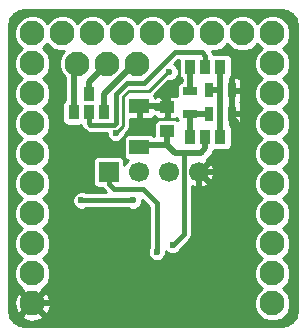
<source format=gbr>
G04 #@! TF.FileFunction,Copper,L1,Top,Signal*
%FSLAX46Y46*%
G04 Gerber Fmt 4.6, Leading zero omitted, Abs format (unit mm)*
G04 Created by KiCad (PCBNEW 4.0.6) date 12/07/19 10:22:01*
%MOMM*%
%LPD*%
G01*
G04 APERTURE LIST*
%ADD10C,0.100000*%
%ADD11C,2.100000*%
%ADD12R,1.700000X1.700000*%
%ADD13C,1.700000*%
%ADD14R,1.300000X0.700000*%
%ADD15R,0.700000X1.300000*%
%ADD16R,1.250000X1.000000*%
%ADD17R,1.700000X1.300000*%
%ADD18R,0.970000X1.270000*%
%ADD19C,0.600000*%
%ADD20C,0.500000*%
%ADD21C,0.250000*%
%ADD22C,0.400000*%
%ADD23C,0.254000*%
G04 APERTURE END LIST*
D10*
D11*
X161581000Y-67845000D03*
X161581000Y-70385000D03*
X161581000Y-72925000D03*
X161581000Y-75465000D03*
X161581000Y-78005000D03*
X161581000Y-80545000D03*
X161581000Y-83085000D03*
X161581000Y-85625000D03*
X161581000Y-88165000D03*
X161581000Y-65305000D03*
X159041000Y-65305000D03*
X156501000Y-65305000D03*
X153961000Y-65305000D03*
X151421000Y-65305000D03*
X148881000Y-65305000D03*
X146341000Y-65305000D03*
X143801000Y-65305000D03*
X141261000Y-65305000D03*
X141261000Y-67845000D03*
X141261000Y-70385000D03*
X141261000Y-72925000D03*
X141261000Y-75465000D03*
X141261000Y-78005000D03*
X141261000Y-80545000D03*
X141261000Y-83085000D03*
X141261000Y-85625000D03*
X141261000Y-88165000D03*
D12*
X147711000Y-77025000D03*
D13*
X150251000Y-77025000D03*
X152791000Y-77025000D03*
X155331000Y-77025000D03*
D14*
X154636000Y-72100000D03*
X154636000Y-70200000D03*
D15*
X156236000Y-70125000D03*
X158136000Y-70125000D03*
D11*
X145061000Y-67875000D03*
X147601000Y-67875000D03*
X150141000Y-67875000D03*
D16*
X152661000Y-73550000D03*
X152661000Y-71550000D03*
D17*
X150311000Y-74950000D03*
X150311000Y-71450000D03*
D15*
X156236000Y-72100000D03*
X158136000Y-72100000D03*
D18*
X154641000Y-68150000D03*
X155911000Y-68150000D03*
X157181000Y-68150000D03*
X154641000Y-74075000D03*
X155911000Y-74075000D03*
X157181000Y-74075000D03*
X147281000Y-72000000D03*
X146011000Y-72000000D03*
X144741000Y-72000000D03*
X146011000Y-70450000D03*
D19*
X152861000Y-68600000D03*
X148336000Y-73750000D03*
X149961000Y-85375000D03*
X152086000Y-70425000D03*
X153136000Y-83250000D03*
X149761000Y-79450000D03*
X145411000Y-79450000D03*
X151786000Y-83800000D03*
D20*
X161569400Y-80543400D02*
X161163000Y-80543400D01*
D21*
X148911000Y-70650000D02*
X148911000Y-73150000D01*
X148911000Y-73150000D02*
X148336000Y-73750000D01*
X149411000Y-70150000D02*
X148911000Y-70650000D01*
X151111000Y-70150000D02*
X149411000Y-70150000D01*
X152636000Y-68625000D02*
X151111000Y-70150000D01*
X152836000Y-68625000D02*
X152636000Y-68625000D01*
X152861000Y-68600000D02*
X152836000Y-68625000D01*
X150311000Y-71450000D02*
X150311000Y-72850000D01*
X143361000Y-76525000D02*
X143361000Y-88165000D01*
X144836000Y-75050000D02*
X143361000Y-76525000D01*
X148111000Y-75050000D02*
X144836000Y-75050000D01*
X150311000Y-72850000D02*
X148111000Y-75050000D01*
D20*
X149961000Y-85375000D02*
X149961000Y-88165000D01*
X155331000Y-77025000D02*
X155331000Y-85355000D01*
X152521000Y-88165000D02*
X149961000Y-88165000D01*
X149961000Y-88165000D02*
X143361000Y-88165000D01*
X143361000Y-88165000D02*
X141261000Y-88165000D01*
X155331000Y-85355000D02*
X152521000Y-88165000D01*
X150311000Y-71450000D02*
X152561000Y-71450000D01*
X152561000Y-71450000D02*
X152661000Y-71550000D01*
X152661000Y-71000000D02*
X152661000Y-71550000D01*
X152086000Y-70425000D02*
X152661000Y-71000000D01*
X158136000Y-72100000D02*
X158136000Y-72450000D01*
X158136000Y-72450000D02*
X158611000Y-72925000D01*
X157386000Y-77025000D02*
X155331000Y-77025000D01*
X158611000Y-75800000D02*
X157386000Y-77025000D01*
X158611000Y-72925000D02*
X158611000Y-75800000D01*
X158136000Y-70125000D02*
X158136000Y-72100000D01*
X147281000Y-72000000D02*
X147281000Y-70475000D01*
X147281000Y-70475000D02*
X149881000Y-67875000D01*
X150141000Y-67875000D02*
X149881000Y-67875000D01*
D22*
X148336000Y-70475000D02*
X148336000Y-72875000D01*
X155611000Y-66925000D02*
X155911000Y-67225000D01*
X153336000Y-66925000D02*
X155611000Y-66925000D01*
X150736000Y-69525000D02*
X153336000Y-66925000D01*
X149286000Y-69525000D02*
X150736000Y-69525000D01*
X148336000Y-70475000D02*
X149286000Y-69525000D01*
X155911000Y-68150000D02*
X155911000Y-67225000D01*
X146011000Y-72900000D02*
X146011000Y-72000000D01*
X146161000Y-73050000D02*
X146011000Y-72900000D01*
X148161000Y-73050000D02*
X146161000Y-73050000D01*
X148336000Y-72875000D02*
X148161000Y-73050000D01*
D20*
X144741000Y-72000000D02*
X144741000Y-68195000D01*
X144741000Y-68195000D02*
X145061000Y-67875000D01*
X156236000Y-72100000D02*
X154636000Y-72100000D01*
X154641000Y-74075000D02*
X154641000Y-72105000D01*
X154641000Y-72105000D02*
X154636000Y-72100000D01*
X152661000Y-74775000D02*
X150486000Y-74775000D01*
X150486000Y-74775000D02*
X150311000Y-74950000D01*
D22*
X154061000Y-82325000D02*
X154061000Y-75425000D01*
X153136000Y-83250000D02*
X154061000Y-82325000D01*
D20*
X152661000Y-73550000D02*
X152661000Y-74300000D01*
X152661000Y-74300000D02*
X152661000Y-74775000D01*
X155911000Y-75050000D02*
X155911000Y-74075000D01*
X155536000Y-75425000D02*
X155911000Y-75050000D01*
X153311000Y-75425000D02*
X154061000Y-75425000D01*
X154061000Y-75425000D02*
X155536000Y-75425000D01*
X152661000Y-74775000D02*
X153311000Y-75425000D01*
X154641000Y-68150000D02*
X154641000Y-70095000D01*
X154641000Y-70095000D02*
X154636000Y-70100000D01*
X156236000Y-70125000D02*
X157181000Y-70125000D01*
X157181000Y-68150000D02*
X157181000Y-70125000D01*
X157181000Y-70125000D02*
X157181000Y-74075000D01*
D22*
X145411000Y-79450000D02*
X149761000Y-79450000D01*
D20*
X146011000Y-70475000D02*
X146011000Y-69465000D01*
X146011000Y-69465000D02*
X147601000Y-67875000D01*
D22*
X147711000Y-78025000D02*
X147711000Y-77025000D01*
X148211000Y-78525000D02*
X147711000Y-78025000D01*
X150636000Y-78525000D02*
X148211000Y-78525000D01*
X151811000Y-79700000D02*
X150636000Y-78525000D01*
X151811000Y-83775000D02*
X151811000Y-79700000D01*
X151786000Y-83800000D02*
X151811000Y-83775000D01*
D23*
G36*
X162845033Y-63402982D02*
X163280469Y-63693933D01*
X163571418Y-64129367D01*
X163684400Y-64697369D01*
X163684400Y-88718631D01*
X163571418Y-89286633D01*
X163280469Y-89722067D01*
X162845033Y-90013018D01*
X162277031Y-90126000D01*
X140668769Y-90126000D01*
X140100767Y-90013018D01*
X139665333Y-89722069D01*
X139374382Y-89286633D01*
X139370559Y-89267412D01*
X140338193Y-89267412D01*
X140451663Y-89495023D01*
X141022248Y-89703501D01*
X141629181Y-89677756D01*
X142070337Y-89495023D01*
X142183807Y-89267412D01*
X141261000Y-88344605D01*
X140338193Y-89267412D01*
X139370559Y-89267412D01*
X139261400Y-88718631D01*
X139261400Y-87926248D01*
X139722499Y-87926248D01*
X139748244Y-88533181D01*
X139930977Y-88974337D01*
X140158588Y-89087807D01*
X141081395Y-88165000D01*
X141440605Y-88165000D01*
X142363412Y-89087807D01*
X142591023Y-88974337D01*
X142799501Y-88403752D01*
X142773756Y-87796819D01*
X142591023Y-87355663D01*
X142363412Y-87242193D01*
X141440605Y-88165000D01*
X141081395Y-88165000D01*
X140158588Y-87242193D01*
X139930977Y-87355663D01*
X139722499Y-87926248D01*
X139261400Y-87926248D01*
X139261400Y-65607407D01*
X139733735Y-65607407D01*
X139965717Y-66168846D01*
X140371494Y-66575332D01*
X139967227Y-66978894D01*
X139734265Y-67539928D01*
X139733735Y-68147407D01*
X139965717Y-68708846D01*
X140371494Y-69115332D01*
X139967227Y-69518894D01*
X139734265Y-70079928D01*
X139733735Y-70687407D01*
X139965717Y-71248846D01*
X140371494Y-71655332D01*
X139967227Y-72058894D01*
X139734265Y-72619928D01*
X139733735Y-73227407D01*
X139965717Y-73788846D01*
X140371494Y-74195332D01*
X139967227Y-74598894D01*
X139734265Y-75159928D01*
X139733735Y-75767407D01*
X139965717Y-76328846D01*
X140371494Y-76735332D01*
X139967227Y-77138894D01*
X139734265Y-77699928D01*
X139733735Y-78307407D01*
X139965717Y-78868846D01*
X140371494Y-79275332D01*
X139967227Y-79678894D01*
X139734265Y-80239928D01*
X139733735Y-80847407D01*
X139965717Y-81408846D01*
X140371494Y-81815332D01*
X139967227Y-82218894D01*
X139734265Y-82779928D01*
X139733735Y-83387407D01*
X139965717Y-83948846D01*
X140371494Y-84355332D01*
X139967227Y-84758894D01*
X139734265Y-85319928D01*
X139733735Y-85927407D01*
X139965717Y-86488846D01*
X140394894Y-86918773D01*
X140407317Y-86923931D01*
X140338193Y-87062588D01*
X141261000Y-87985395D01*
X142183807Y-87062588D01*
X142114911Y-86924388D01*
X142124846Y-86920283D01*
X142554773Y-86491106D01*
X142787735Y-85930072D01*
X142788265Y-85322593D01*
X142556283Y-84761154D01*
X142150506Y-84354668D01*
X142554773Y-83951106D01*
X142787735Y-83390072D01*
X142788265Y-82782593D01*
X142556283Y-82221154D01*
X142150506Y-81814668D01*
X142554773Y-81411106D01*
X142787735Y-80850072D01*
X142788265Y-80242593D01*
X142556283Y-79681154D01*
X142150506Y-79274668D01*
X142554773Y-78871106D01*
X142787735Y-78310072D01*
X142788265Y-77702593D01*
X142556283Y-77141154D01*
X142150506Y-76734668D01*
X142554773Y-76331106D01*
X142787735Y-75770072D01*
X142788265Y-75162593D01*
X142556283Y-74601154D01*
X142150506Y-74194668D01*
X142554773Y-73791106D01*
X142787735Y-73230072D01*
X142788265Y-72622593D01*
X142556283Y-72061154D01*
X142150506Y-71654668D01*
X142554773Y-71251106D01*
X142787735Y-70690072D01*
X142788265Y-70082593D01*
X142556283Y-69521154D01*
X142150506Y-69114668D01*
X142554773Y-68711106D01*
X142787735Y-68150072D01*
X142788265Y-67542593D01*
X142556283Y-66981154D01*
X142150506Y-66574668D01*
X142531332Y-66194506D01*
X142934894Y-66598773D01*
X143495928Y-66831735D01*
X143944304Y-66832126D01*
X143767227Y-67008894D01*
X143534265Y-67569928D01*
X143533735Y-68177407D01*
X143765717Y-68738846D01*
X144014000Y-68987563D01*
X144014000Y-70953895D01*
X143916887Y-71016385D01*
X143807973Y-71175785D01*
X143769656Y-71365000D01*
X143769656Y-72635000D01*
X143802917Y-72811765D01*
X143907385Y-72974113D01*
X144066785Y-73083027D01*
X144256000Y-73121344D01*
X145226000Y-73121344D01*
X145372543Y-73093770D01*
X145385534Y-73159077D01*
X145486672Y-73310440D01*
X145532289Y-73378711D01*
X145682289Y-73528711D01*
X145901923Y-73675466D01*
X146161000Y-73727000D01*
X147559020Y-73727000D01*
X147558866Y-73903877D01*
X147676908Y-74189560D01*
X147895290Y-74408324D01*
X148180767Y-74526865D01*
X148489877Y-74527134D01*
X148775560Y-74409092D01*
X148994324Y-74190710D01*
X148999133Y-74179128D01*
X148974656Y-74300000D01*
X148974656Y-75600000D01*
X149007917Y-75776765D01*
X149112385Y-75939113D01*
X149271785Y-76048027D01*
X149337956Y-76061427D01*
X149126681Y-76272334D01*
X149047344Y-76463398D01*
X149047344Y-76175000D01*
X149014083Y-75998235D01*
X148909615Y-75835887D01*
X148750215Y-75726973D01*
X148561000Y-75688656D01*
X146861000Y-75688656D01*
X146684235Y-75721917D01*
X146521887Y-75826385D01*
X146412973Y-75985785D01*
X146374656Y-76175000D01*
X146374656Y-77875000D01*
X146407917Y-78051765D01*
X146512385Y-78214113D01*
X146671785Y-78323027D01*
X146861000Y-78361344D01*
X147137162Y-78361344D01*
X147139240Y-78364453D01*
X147232289Y-78503711D01*
X147501578Y-78773000D01*
X145806733Y-78773000D01*
X145566233Y-78673135D01*
X145257123Y-78672866D01*
X144971440Y-78790908D01*
X144752676Y-79009290D01*
X144634135Y-79294767D01*
X144633866Y-79603877D01*
X144751908Y-79889560D01*
X144970290Y-80108324D01*
X145255767Y-80226865D01*
X145564877Y-80227134D01*
X145807219Y-80127000D01*
X149365267Y-80127000D01*
X149605767Y-80226865D01*
X149914877Y-80227134D01*
X150200560Y-80109092D01*
X150419324Y-79890710D01*
X150537865Y-79605233D01*
X150538057Y-79384479D01*
X151134000Y-79980422D01*
X151134000Y-83352977D01*
X151127676Y-83359290D01*
X151009135Y-83644767D01*
X151008866Y-83953877D01*
X151126908Y-84239560D01*
X151345290Y-84458324D01*
X151630767Y-84576865D01*
X151939877Y-84577134D01*
X152225560Y-84459092D01*
X152444324Y-84240710D01*
X152562865Y-83955233D01*
X152563021Y-83775824D01*
X152695290Y-83908324D01*
X152980767Y-84026865D01*
X153289877Y-84027134D01*
X153575560Y-83909092D01*
X153794324Y-83690710D01*
X153894882Y-83448540D01*
X154539712Y-82803711D01*
X154686467Y-82584076D01*
X154738000Y-82325000D01*
X154738000Y-78223158D01*
X155140035Y-78364453D01*
X155667157Y-78335572D01*
X156020015Y-78189413D01*
X156108954Y-77982559D01*
X155331000Y-77204605D01*
X155316858Y-77218748D01*
X155137253Y-77039143D01*
X155151395Y-77025000D01*
X155510605Y-77025000D01*
X156288559Y-77802954D01*
X156495413Y-77714015D01*
X156670453Y-77215965D01*
X156641572Y-76688843D01*
X156495413Y-76335985D01*
X156288559Y-76247046D01*
X155510605Y-77025000D01*
X155151395Y-77025000D01*
X155137253Y-77010858D01*
X155316858Y-76831253D01*
X155331000Y-76845395D01*
X156108954Y-76067441D01*
X156052648Y-75936486D01*
X156425067Y-75564067D01*
X156582660Y-75328211D01*
X156612263Y-75179387D01*
X156696000Y-75196344D01*
X157666000Y-75196344D01*
X157842765Y-75163083D01*
X158005113Y-75058615D01*
X158114027Y-74899215D01*
X158152344Y-74710000D01*
X158152344Y-73440000D01*
X158119083Y-73263235D01*
X158014615Y-73100887D01*
X158009000Y-73097050D01*
X158009000Y-72227000D01*
X158263000Y-72227000D01*
X158263000Y-73107750D01*
X158382250Y-73227000D01*
X158580881Y-73227000D01*
X158756199Y-73154381D01*
X158890381Y-73020199D01*
X158963000Y-72844881D01*
X158963000Y-72346250D01*
X158843750Y-72227000D01*
X158263000Y-72227000D01*
X158009000Y-72227000D01*
X157989000Y-72227000D01*
X157989000Y-71973000D01*
X158009000Y-71973000D01*
X158009000Y-70252000D01*
X158263000Y-70252000D01*
X158263000Y-71973000D01*
X158843750Y-71973000D01*
X158963000Y-71853750D01*
X158963000Y-71355119D01*
X158890381Y-71179801D01*
X158823080Y-71112500D01*
X158890381Y-71045199D01*
X158963000Y-70869881D01*
X158963000Y-70371250D01*
X158843750Y-70252000D01*
X158263000Y-70252000D01*
X158009000Y-70252000D01*
X157989000Y-70252000D01*
X157989000Y-69998000D01*
X158009000Y-69998000D01*
X158009000Y-69127926D01*
X158016294Y-69117250D01*
X158263000Y-69117250D01*
X158263000Y-69998000D01*
X158843750Y-69998000D01*
X158963000Y-69878750D01*
X158963000Y-69380119D01*
X158890381Y-69204801D01*
X158756199Y-69070619D01*
X158580881Y-68998000D01*
X158382250Y-68998000D01*
X158263000Y-69117250D01*
X158016294Y-69117250D01*
X158114027Y-68974215D01*
X158152344Y-68785000D01*
X158152344Y-67515000D01*
X158119083Y-67338235D01*
X158014615Y-67175887D01*
X157855215Y-67066973D01*
X157666000Y-67028656D01*
X156696000Y-67028656D01*
X156554250Y-67055328D01*
X156536466Y-66965923D01*
X156446951Y-66831954D01*
X156803407Y-66832265D01*
X157364846Y-66600283D01*
X157771332Y-66194506D01*
X158174894Y-66598773D01*
X158735928Y-66831735D01*
X159343407Y-66832265D01*
X159904846Y-66600283D01*
X160311332Y-66194506D01*
X160691494Y-66575332D01*
X160287227Y-66978894D01*
X160054265Y-67539928D01*
X160053735Y-68147407D01*
X160285717Y-68708846D01*
X160691494Y-69115332D01*
X160287227Y-69518894D01*
X160054265Y-70079928D01*
X160053735Y-70687407D01*
X160285717Y-71248846D01*
X160691494Y-71655332D01*
X160287227Y-72058894D01*
X160054265Y-72619928D01*
X160053735Y-73227407D01*
X160285717Y-73788846D01*
X160691494Y-74195332D01*
X160287227Y-74598894D01*
X160054265Y-75159928D01*
X160053735Y-75767407D01*
X160285717Y-76328846D01*
X160691494Y-76735332D01*
X160287227Y-77138894D01*
X160054265Y-77699928D01*
X160053735Y-78307407D01*
X160285717Y-78868846D01*
X160691494Y-79275332D01*
X160287227Y-79678894D01*
X160054265Y-80239928D01*
X160053735Y-80847407D01*
X160285717Y-81408846D01*
X160691494Y-81815332D01*
X160287227Y-82218894D01*
X160054265Y-82779928D01*
X160053735Y-83387407D01*
X160285717Y-83948846D01*
X160691494Y-84355332D01*
X160287227Y-84758894D01*
X160054265Y-85319928D01*
X160053735Y-85927407D01*
X160285717Y-86488846D01*
X160691494Y-86895332D01*
X160287227Y-87298894D01*
X160054265Y-87859928D01*
X160053735Y-88467407D01*
X160285717Y-89028846D01*
X160714894Y-89458773D01*
X161275928Y-89691735D01*
X161883407Y-89692265D01*
X162444846Y-89460283D01*
X162874773Y-89031106D01*
X163107735Y-88470072D01*
X163108265Y-87862593D01*
X162876283Y-87301154D01*
X162470506Y-86894668D01*
X162874773Y-86491106D01*
X163107735Y-85930072D01*
X163108265Y-85322593D01*
X162876283Y-84761154D01*
X162470506Y-84354668D01*
X162874773Y-83951106D01*
X163107735Y-83390072D01*
X163108265Y-82782593D01*
X162876283Y-82221154D01*
X162470506Y-81814668D01*
X162874773Y-81411106D01*
X163107735Y-80850072D01*
X163108265Y-80242593D01*
X162876283Y-79681154D01*
X162470506Y-79274668D01*
X162874773Y-78871106D01*
X163107735Y-78310072D01*
X163108265Y-77702593D01*
X162876283Y-77141154D01*
X162470506Y-76734668D01*
X162874773Y-76331106D01*
X163107735Y-75770072D01*
X163108265Y-75162593D01*
X162876283Y-74601154D01*
X162470506Y-74194668D01*
X162874773Y-73791106D01*
X163107735Y-73230072D01*
X163108265Y-72622593D01*
X162876283Y-72061154D01*
X162470506Y-71654668D01*
X162874773Y-71251106D01*
X163107735Y-70690072D01*
X163108265Y-70082593D01*
X162876283Y-69521154D01*
X162470506Y-69114668D01*
X162874773Y-68711106D01*
X163107735Y-68150072D01*
X163108265Y-67542593D01*
X162876283Y-66981154D01*
X162470506Y-66574668D01*
X162874773Y-66171106D01*
X163107735Y-65610072D01*
X163108265Y-65002593D01*
X162876283Y-64441154D01*
X162447106Y-64011227D01*
X161886072Y-63778265D01*
X161278593Y-63777735D01*
X160717154Y-64009717D01*
X160310668Y-64415494D01*
X159907106Y-64011227D01*
X159346072Y-63778265D01*
X158738593Y-63777735D01*
X158177154Y-64009717D01*
X157770668Y-64415494D01*
X157367106Y-64011227D01*
X156806072Y-63778265D01*
X156198593Y-63777735D01*
X155637154Y-64009717D01*
X155230668Y-64415494D01*
X154827106Y-64011227D01*
X154266072Y-63778265D01*
X153658593Y-63777735D01*
X153097154Y-64009717D01*
X152690668Y-64415494D01*
X152287106Y-64011227D01*
X151726072Y-63778265D01*
X151118593Y-63777735D01*
X150557154Y-64009717D01*
X150150668Y-64415494D01*
X149747106Y-64011227D01*
X149186072Y-63778265D01*
X148578593Y-63777735D01*
X148017154Y-64009717D01*
X147610668Y-64415494D01*
X147207106Y-64011227D01*
X146646072Y-63778265D01*
X146038593Y-63777735D01*
X145477154Y-64009717D01*
X145070668Y-64415494D01*
X144667106Y-64011227D01*
X144106072Y-63778265D01*
X143498593Y-63777735D01*
X142937154Y-64009717D01*
X142530668Y-64415494D01*
X142127106Y-64011227D01*
X141566072Y-63778265D01*
X140958593Y-63777735D01*
X140397154Y-64009717D01*
X139967227Y-64438894D01*
X139734265Y-64999928D01*
X139733735Y-65607407D01*
X139261400Y-65607407D01*
X139261400Y-64697369D01*
X139374382Y-64129367D01*
X139665333Y-63693931D01*
X140100767Y-63402982D01*
X140668769Y-63290000D01*
X162277031Y-63290000D01*
X162845033Y-63402982D01*
X162845033Y-63402982D01*
G37*
X162845033Y-63402982D02*
X163280469Y-63693933D01*
X163571418Y-64129367D01*
X163684400Y-64697369D01*
X163684400Y-88718631D01*
X163571418Y-89286633D01*
X163280469Y-89722067D01*
X162845033Y-90013018D01*
X162277031Y-90126000D01*
X140668769Y-90126000D01*
X140100767Y-90013018D01*
X139665333Y-89722069D01*
X139374382Y-89286633D01*
X139370559Y-89267412D01*
X140338193Y-89267412D01*
X140451663Y-89495023D01*
X141022248Y-89703501D01*
X141629181Y-89677756D01*
X142070337Y-89495023D01*
X142183807Y-89267412D01*
X141261000Y-88344605D01*
X140338193Y-89267412D01*
X139370559Y-89267412D01*
X139261400Y-88718631D01*
X139261400Y-87926248D01*
X139722499Y-87926248D01*
X139748244Y-88533181D01*
X139930977Y-88974337D01*
X140158588Y-89087807D01*
X141081395Y-88165000D01*
X141440605Y-88165000D01*
X142363412Y-89087807D01*
X142591023Y-88974337D01*
X142799501Y-88403752D01*
X142773756Y-87796819D01*
X142591023Y-87355663D01*
X142363412Y-87242193D01*
X141440605Y-88165000D01*
X141081395Y-88165000D01*
X140158588Y-87242193D01*
X139930977Y-87355663D01*
X139722499Y-87926248D01*
X139261400Y-87926248D01*
X139261400Y-65607407D01*
X139733735Y-65607407D01*
X139965717Y-66168846D01*
X140371494Y-66575332D01*
X139967227Y-66978894D01*
X139734265Y-67539928D01*
X139733735Y-68147407D01*
X139965717Y-68708846D01*
X140371494Y-69115332D01*
X139967227Y-69518894D01*
X139734265Y-70079928D01*
X139733735Y-70687407D01*
X139965717Y-71248846D01*
X140371494Y-71655332D01*
X139967227Y-72058894D01*
X139734265Y-72619928D01*
X139733735Y-73227407D01*
X139965717Y-73788846D01*
X140371494Y-74195332D01*
X139967227Y-74598894D01*
X139734265Y-75159928D01*
X139733735Y-75767407D01*
X139965717Y-76328846D01*
X140371494Y-76735332D01*
X139967227Y-77138894D01*
X139734265Y-77699928D01*
X139733735Y-78307407D01*
X139965717Y-78868846D01*
X140371494Y-79275332D01*
X139967227Y-79678894D01*
X139734265Y-80239928D01*
X139733735Y-80847407D01*
X139965717Y-81408846D01*
X140371494Y-81815332D01*
X139967227Y-82218894D01*
X139734265Y-82779928D01*
X139733735Y-83387407D01*
X139965717Y-83948846D01*
X140371494Y-84355332D01*
X139967227Y-84758894D01*
X139734265Y-85319928D01*
X139733735Y-85927407D01*
X139965717Y-86488846D01*
X140394894Y-86918773D01*
X140407317Y-86923931D01*
X140338193Y-87062588D01*
X141261000Y-87985395D01*
X142183807Y-87062588D01*
X142114911Y-86924388D01*
X142124846Y-86920283D01*
X142554773Y-86491106D01*
X142787735Y-85930072D01*
X142788265Y-85322593D01*
X142556283Y-84761154D01*
X142150506Y-84354668D01*
X142554773Y-83951106D01*
X142787735Y-83390072D01*
X142788265Y-82782593D01*
X142556283Y-82221154D01*
X142150506Y-81814668D01*
X142554773Y-81411106D01*
X142787735Y-80850072D01*
X142788265Y-80242593D01*
X142556283Y-79681154D01*
X142150506Y-79274668D01*
X142554773Y-78871106D01*
X142787735Y-78310072D01*
X142788265Y-77702593D01*
X142556283Y-77141154D01*
X142150506Y-76734668D01*
X142554773Y-76331106D01*
X142787735Y-75770072D01*
X142788265Y-75162593D01*
X142556283Y-74601154D01*
X142150506Y-74194668D01*
X142554773Y-73791106D01*
X142787735Y-73230072D01*
X142788265Y-72622593D01*
X142556283Y-72061154D01*
X142150506Y-71654668D01*
X142554773Y-71251106D01*
X142787735Y-70690072D01*
X142788265Y-70082593D01*
X142556283Y-69521154D01*
X142150506Y-69114668D01*
X142554773Y-68711106D01*
X142787735Y-68150072D01*
X142788265Y-67542593D01*
X142556283Y-66981154D01*
X142150506Y-66574668D01*
X142531332Y-66194506D01*
X142934894Y-66598773D01*
X143495928Y-66831735D01*
X143944304Y-66832126D01*
X143767227Y-67008894D01*
X143534265Y-67569928D01*
X143533735Y-68177407D01*
X143765717Y-68738846D01*
X144014000Y-68987563D01*
X144014000Y-70953895D01*
X143916887Y-71016385D01*
X143807973Y-71175785D01*
X143769656Y-71365000D01*
X143769656Y-72635000D01*
X143802917Y-72811765D01*
X143907385Y-72974113D01*
X144066785Y-73083027D01*
X144256000Y-73121344D01*
X145226000Y-73121344D01*
X145372543Y-73093770D01*
X145385534Y-73159077D01*
X145486672Y-73310440D01*
X145532289Y-73378711D01*
X145682289Y-73528711D01*
X145901923Y-73675466D01*
X146161000Y-73727000D01*
X147559020Y-73727000D01*
X147558866Y-73903877D01*
X147676908Y-74189560D01*
X147895290Y-74408324D01*
X148180767Y-74526865D01*
X148489877Y-74527134D01*
X148775560Y-74409092D01*
X148994324Y-74190710D01*
X148999133Y-74179128D01*
X148974656Y-74300000D01*
X148974656Y-75600000D01*
X149007917Y-75776765D01*
X149112385Y-75939113D01*
X149271785Y-76048027D01*
X149337956Y-76061427D01*
X149126681Y-76272334D01*
X149047344Y-76463398D01*
X149047344Y-76175000D01*
X149014083Y-75998235D01*
X148909615Y-75835887D01*
X148750215Y-75726973D01*
X148561000Y-75688656D01*
X146861000Y-75688656D01*
X146684235Y-75721917D01*
X146521887Y-75826385D01*
X146412973Y-75985785D01*
X146374656Y-76175000D01*
X146374656Y-77875000D01*
X146407917Y-78051765D01*
X146512385Y-78214113D01*
X146671785Y-78323027D01*
X146861000Y-78361344D01*
X147137162Y-78361344D01*
X147139240Y-78364453D01*
X147232289Y-78503711D01*
X147501578Y-78773000D01*
X145806733Y-78773000D01*
X145566233Y-78673135D01*
X145257123Y-78672866D01*
X144971440Y-78790908D01*
X144752676Y-79009290D01*
X144634135Y-79294767D01*
X144633866Y-79603877D01*
X144751908Y-79889560D01*
X144970290Y-80108324D01*
X145255767Y-80226865D01*
X145564877Y-80227134D01*
X145807219Y-80127000D01*
X149365267Y-80127000D01*
X149605767Y-80226865D01*
X149914877Y-80227134D01*
X150200560Y-80109092D01*
X150419324Y-79890710D01*
X150537865Y-79605233D01*
X150538057Y-79384479D01*
X151134000Y-79980422D01*
X151134000Y-83352977D01*
X151127676Y-83359290D01*
X151009135Y-83644767D01*
X151008866Y-83953877D01*
X151126908Y-84239560D01*
X151345290Y-84458324D01*
X151630767Y-84576865D01*
X151939877Y-84577134D01*
X152225560Y-84459092D01*
X152444324Y-84240710D01*
X152562865Y-83955233D01*
X152563021Y-83775824D01*
X152695290Y-83908324D01*
X152980767Y-84026865D01*
X153289877Y-84027134D01*
X153575560Y-83909092D01*
X153794324Y-83690710D01*
X153894882Y-83448540D01*
X154539712Y-82803711D01*
X154686467Y-82584076D01*
X154738000Y-82325000D01*
X154738000Y-78223158D01*
X155140035Y-78364453D01*
X155667157Y-78335572D01*
X156020015Y-78189413D01*
X156108954Y-77982559D01*
X155331000Y-77204605D01*
X155316858Y-77218748D01*
X155137253Y-77039143D01*
X155151395Y-77025000D01*
X155510605Y-77025000D01*
X156288559Y-77802954D01*
X156495413Y-77714015D01*
X156670453Y-77215965D01*
X156641572Y-76688843D01*
X156495413Y-76335985D01*
X156288559Y-76247046D01*
X155510605Y-77025000D01*
X155151395Y-77025000D01*
X155137253Y-77010858D01*
X155316858Y-76831253D01*
X155331000Y-76845395D01*
X156108954Y-76067441D01*
X156052648Y-75936486D01*
X156425067Y-75564067D01*
X156582660Y-75328211D01*
X156612263Y-75179387D01*
X156696000Y-75196344D01*
X157666000Y-75196344D01*
X157842765Y-75163083D01*
X158005113Y-75058615D01*
X158114027Y-74899215D01*
X158152344Y-74710000D01*
X158152344Y-73440000D01*
X158119083Y-73263235D01*
X158014615Y-73100887D01*
X158009000Y-73097050D01*
X158009000Y-72227000D01*
X158263000Y-72227000D01*
X158263000Y-73107750D01*
X158382250Y-73227000D01*
X158580881Y-73227000D01*
X158756199Y-73154381D01*
X158890381Y-73020199D01*
X158963000Y-72844881D01*
X158963000Y-72346250D01*
X158843750Y-72227000D01*
X158263000Y-72227000D01*
X158009000Y-72227000D01*
X157989000Y-72227000D01*
X157989000Y-71973000D01*
X158009000Y-71973000D01*
X158009000Y-70252000D01*
X158263000Y-70252000D01*
X158263000Y-71973000D01*
X158843750Y-71973000D01*
X158963000Y-71853750D01*
X158963000Y-71355119D01*
X158890381Y-71179801D01*
X158823080Y-71112500D01*
X158890381Y-71045199D01*
X158963000Y-70869881D01*
X158963000Y-70371250D01*
X158843750Y-70252000D01*
X158263000Y-70252000D01*
X158009000Y-70252000D01*
X157989000Y-70252000D01*
X157989000Y-69998000D01*
X158009000Y-69998000D01*
X158009000Y-69127926D01*
X158016294Y-69117250D01*
X158263000Y-69117250D01*
X158263000Y-69998000D01*
X158843750Y-69998000D01*
X158963000Y-69878750D01*
X158963000Y-69380119D01*
X158890381Y-69204801D01*
X158756199Y-69070619D01*
X158580881Y-68998000D01*
X158382250Y-68998000D01*
X158263000Y-69117250D01*
X158016294Y-69117250D01*
X158114027Y-68974215D01*
X158152344Y-68785000D01*
X158152344Y-67515000D01*
X158119083Y-67338235D01*
X158014615Y-67175887D01*
X157855215Y-67066973D01*
X157666000Y-67028656D01*
X156696000Y-67028656D01*
X156554250Y-67055328D01*
X156536466Y-66965923D01*
X156446951Y-66831954D01*
X156803407Y-66832265D01*
X157364846Y-66600283D01*
X157771332Y-66194506D01*
X158174894Y-66598773D01*
X158735928Y-66831735D01*
X159343407Y-66832265D01*
X159904846Y-66600283D01*
X160311332Y-66194506D01*
X160691494Y-66575332D01*
X160287227Y-66978894D01*
X160054265Y-67539928D01*
X160053735Y-68147407D01*
X160285717Y-68708846D01*
X160691494Y-69115332D01*
X160287227Y-69518894D01*
X160054265Y-70079928D01*
X160053735Y-70687407D01*
X160285717Y-71248846D01*
X160691494Y-71655332D01*
X160287227Y-72058894D01*
X160054265Y-72619928D01*
X160053735Y-73227407D01*
X160285717Y-73788846D01*
X160691494Y-74195332D01*
X160287227Y-74598894D01*
X160054265Y-75159928D01*
X160053735Y-75767407D01*
X160285717Y-76328846D01*
X160691494Y-76735332D01*
X160287227Y-77138894D01*
X160054265Y-77699928D01*
X160053735Y-78307407D01*
X160285717Y-78868846D01*
X160691494Y-79275332D01*
X160287227Y-79678894D01*
X160054265Y-80239928D01*
X160053735Y-80847407D01*
X160285717Y-81408846D01*
X160691494Y-81815332D01*
X160287227Y-82218894D01*
X160054265Y-82779928D01*
X160053735Y-83387407D01*
X160285717Y-83948846D01*
X160691494Y-84355332D01*
X160287227Y-84758894D01*
X160054265Y-85319928D01*
X160053735Y-85927407D01*
X160285717Y-86488846D01*
X160691494Y-86895332D01*
X160287227Y-87298894D01*
X160054265Y-87859928D01*
X160053735Y-88467407D01*
X160285717Y-89028846D01*
X160714894Y-89458773D01*
X161275928Y-89691735D01*
X161883407Y-89692265D01*
X162444846Y-89460283D01*
X162874773Y-89031106D01*
X163107735Y-88470072D01*
X163108265Y-87862593D01*
X162876283Y-87301154D01*
X162470506Y-86894668D01*
X162874773Y-86491106D01*
X163107735Y-85930072D01*
X163108265Y-85322593D01*
X162876283Y-84761154D01*
X162470506Y-84354668D01*
X162874773Y-83951106D01*
X163107735Y-83390072D01*
X163108265Y-82782593D01*
X162876283Y-82221154D01*
X162470506Y-81814668D01*
X162874773Y-81411106D01*
X163107735Y-80850072D01*
X163108265Y-80242593D01*
X162876283Y-79681154D01*
X162470506Y-79274668D01*
X162874773Y-78871106D01*
X163107735Y-78310072D01*
X163108265Y-77702593D01*
X162876283Y-77141154D01*
X162470506Y-76734668D01*
X162874773Y-76331106D01*
X163107735Y-75770072D01*
X163108265Y-75162593D01*
X162876283Y-74601154D01*
X162470506Y-74194668D01*
X162874773Y-73791106D01*
X163107735Y-73230072D01*
X163108265Y-72622593D01*
X162876283Y-72061154D01*
X162470506Y-71654668D01*
X162874773Y-71251106D01*
X163107735Y-70690072D01*
X163108265Y-70082593D01*
X162876283Y-69521154D01*
X162470506Y-69114668D01*
X162874773Y-68711106D01*
X163107735Y-68150072D01*
X163108265Y-67542593D01*
X162876283Y-66981154D01*
X162470506Y-66574668D01*
X162874773Y-66171106D01*
X163107735Y-65610072D01*
X163108265Y-65002593D01*
X162876283Y-64441154D01*
X162447106Y-64011227D01*
X161886072Y-63778265D01*
X161278593Y-63777735D01*
X160717154Y-64009717D01*
X160310668Y-64415494D01*
X159907106Y-64011227D01*
X159346072Y-63778265D01*
X158738593Y-63777735D01*
X158177154Y-64009717D01*
X157770668Y-64415494D01*
X157367106Y-64011227D01*
X156806072Y-63778265D01*
X156198593Y-63777735D01*
X155637154Y-64009717D01*
X155230668Y-64415494D01*
X154827106Y-64011227D01*
X154266072Y-63778265D01*
X153658593Y-63777735D01*
X153097154Y-64009717D01*
X152690668Y-64415494D01*
X152287106Y-64011227D01*
X151726072Y-63778265D01*
X151118593Y-63777735D01*
X150557154Y-64009717D01*
X150150668Y-64415494D01*
X149747106Y-64011227D01*
X149186072Y-63778265D01*
X148578593Y-63777735D01*
X148017154Y-64009717D01*
X147610668Y-64415494D01*
X147207106Y-64011227D01*
X146646072Y-63778265D01*
X146038593Y-63777735D01*
X145477154Y-64009717D01*
X145070668Y-64415494D01*
X144667106Y-64011227D01*
X144106072Y-63778265D01*
X143498593Y-63777735D01*
X142937154Y-64009717D01*
X142530668Y-64415494D01*
X142127106Y-64011227D01*
X141566072Y-63778265D01*
X140958593Y-63777735D01*
X140397154Y-64009717D01*
X139967227Y-64438894D01*
X139734265Y-64999928D01*
X139733735Y-65607407D01*
X139261400Y-65607407D01*
X139261400Y-64697369D01*
X139374382Y-64129367D01*
X139665333Y-63693931D01*
X140100767Y-63402982D01*
X140668769Y-63290000D01*
X162277031Y-63290000D01*
X162845033Y-63402982D01*
G36*
X153669656Y-68785000D02*
X153702917Y-68961765D01*
X153807385Y-69124113D01*
X153914000Y-69196960D01*
X153914000Y-69377204D01*
X153809235Y-69396917D01*
X153646887Y-69501385D01*
X153537973Y-69660785D01*
X153499656Y-69850000D01*
X153499656Y-70550000D01*
X153514390Y-70628301D01*
X153380881Y-70573000D01*
X152907250Y-70573000D01*
X152788000Y-70692250D01*
X152788000Y-71423000D01*
X152808000Y-71423000D01*
X152808000Y-71677000D01*
X152788000Y-71677000D01*
X152788000Y-72407750D01*
X152907250Y-72527000D01*
X153380881Y-72527000D01*
X153504509Y-72475792D01*
X153532917Y-72626765D01*
X153549723Y-72652883D01*
X153475215Y-72601973D01*
X153286000Y-72563656D01*
X152036000Y-72563656D01*
X151859235Y-72596917D01*
X151696887Y-72701385D01*
X151587973Y-72860785D01*
X151549656Y-73050000D01*
X151549656Y-74023113D01*
X151509615Y-73960887D01*
X151350215Y-73851973D01*
X151161000Y-73813656D01*
X149461000Y-73813656D01*
X149284235Y-73846917D01*
X149121887Y-73951385D01*
X149050035Y-74056543D01*
X149112865Y-73905233D01*
X149112948Y-73809332D01*
X149345637Y-73566527D01*
X149405426Y-73472789D01*
X149467175Y-73380375D01*
X149468446Y-73373986D01*
X149471950Y-73368492D01*
X149491315Y-73259018D01*
X149513000Y-73150000D01*
X149513000Y-72577000D01*
X150064750Y-72577000D01*
X150184000Y-72457750D01*
X150184000Y-71577000D01*
X150438000Y-71577000D01*
X150438000Y-72457750D01*
X150557250Y-72577000D01*
X151255881Y-72577000D01*
X151431199Y-72504381D01*
X151565381Y-72370199D01*
X151608855Y-72265243D01*
X151631619Y-72320199D01*
X151765801Y-72454381D01*
X151941119Y-72527000D01*
X152414750Y-72527000D01*
X152534000Y-72407750D01*
X152534000Y-71677000D01*
X151678250Y-71677000D01*
X151638000Y-71717250D01*
X151638000Y-71696250D01*
X151518750Y-71577000D01*
X150438000Y-71577000D01*
X150184000Y-71577000D01*
X150164000Y-71577000D01*
X150164000Y-71323000D01*
X150184000Y-71323000D01*
X150184000Y-71303000D01*
X150438000Y-71303000D01*
X150438000Y-71323000D01*
X151518750Y-71323000D01*
X151559000Y-71282750D01*
X151559000Y-71303750D01*
X151678250Y-71423000D01*
X152534000Y-71423000D01*
X152534000Y-70692250D01*
X152414750Y-70573000D01*
X151941119Y-70573000D01*
X151765801Y-70645619D01*
X151638000Y-70773420D01*
X151638000Y-70705119D01*
X151570411Y-70541945D01*
X152735466Y-69376891D01*
X153014877Y-69377134D01*
X153300560Y-69259092D01*
X153519324Y-69040710D01*
X153637865Y-68755233D01*
X153638134Y-68446123D01*
X153520092Y-68160440D01*
X153301710Y-67941676D01*
X153284071Y-67934351D01*
X153616422Y-67602000D01*
X153669656Y-67602000D01*
X153669656Y-68785000D01*
X153669656Y-68785000D01*
G37*
X153669656Y-68785000D02*
X153702917Y-68961765D01*
X153807385Y-69124113D01*
X153914000Y-69196960D01*
X153914000Y-69377204D01*
X153809235Y-69396917D01*
X153646887Y-69501385D01*
X153537973Y-69660785D01*
X153499656Y-69850000D01*
X153499656Y-70550000D01*
X153514390Y-70628301D01*
X153380881Y-70573000D01*
X152907250Y-70573000D01*
X152788000Y-70692250D01*
X152788000Y-71423000D01*
X152808000Y-71423000D01*
X152808000Y-71677000D01*
X152788000Y-71677000D01*
X152788000Y-72407750D01*
X152907250Y-72527000D01*
X153380881Y-72527000D01*
X153504509Y-72475792D01*
X153532917Y-72626765D01*
X153549723Y-72652883D01*
X153475215Y-72601973D01*
X153286000Y-72563656D01*
X152036000Y-72563656D01*
X151859235Y-72596917D01*
X151696887Y-72701385D01*
X151587973Y-72860785D01*
X151549656Y-73050000D01*
X151549656Y-74023113D01*
X151509615Y-73960887D01*
X151350215Y-73851973D01*
X151161000Y-73813656D01*
X149461000Y-73813656D01*
X149284235Y-73846917D01*
X149121887Y-73951385D01*
X149050035Y-74056543D01*
X149112865Y-73905233D01*
X149112948Y-73809332D01*
X149345637Y-73566527D01*
X149405426Y-73472789D01*
X149467175Y-73380375D01*
X149468446Y-73373986D01*
X149471950Y-73368492D01*
X149491315Y-73259018D01*
X149513000Y-73150000D01*
X149513000Y-72577000D01*
X150064750Y-72577000D01*
X150184000Y-72457750D01*
X150184000Y-71577000D01*
X150438000Y-71577000D01*
X150438000Y-72457750D01*
X150557250Y-72577000D01*
X151255881Y-72577000D01*
X151431199Y-72504381D01*
X151565381Y-72370199D01*
X151608855Y-72265243D01*
X151631619Y-72320199D01*
X151765801Y-72454381D01*
X151941119Y-72527000D01*
X152414750Y-72527000D01*
X152534000Y-72407750D01*
X152534000Y-71677000D01*
X151678250Y-71677000D01*
X151638000Y-71717250D01*
X151638000Y-71696250D01*
X151518750Y-71577000D01*
X150438000Y-71577000D01*
X150184000Y-71577000D01*
X150164000Y-71577000D01*
X150164000Y-71323000D01*
X150184000Y-71323000D01*
X150184000Y-71303000D01*
X150438000Y-71303000D01*
X150438000Y-71323000D01*
X151518750Y-71323000D01*
X151559000Y-71282750D01*
X151559000Y-71303750D01*
X151678250Y-71423000D01*
X152534000Y-71423000D01*
X152534000Y-70692250D01*
X152414750Y-70573000D01*
X151941119Y-70573000D01*
X151765801Y-70645619D01*
X151638000Y-70773420D01*
X151638000Y-70705119D01*
X151570411Y-70541945D01*
X152735466Y-69376891D01*
X153014877Y-69377134D01*
X153300560Y-69259092D01*
X153519324Y-69040710D01*
X153637865Y-68755233D01*
X153638134Y-68446123D01*
X153520092Y-68160440D01*
X153301710Y-67941676D01*
X153284071Y-67934351D01*
X153616422Y-67602000D01*
X153669656Y-67602000D01*
X153669656Y-68785000D01*
M02*

</source>
